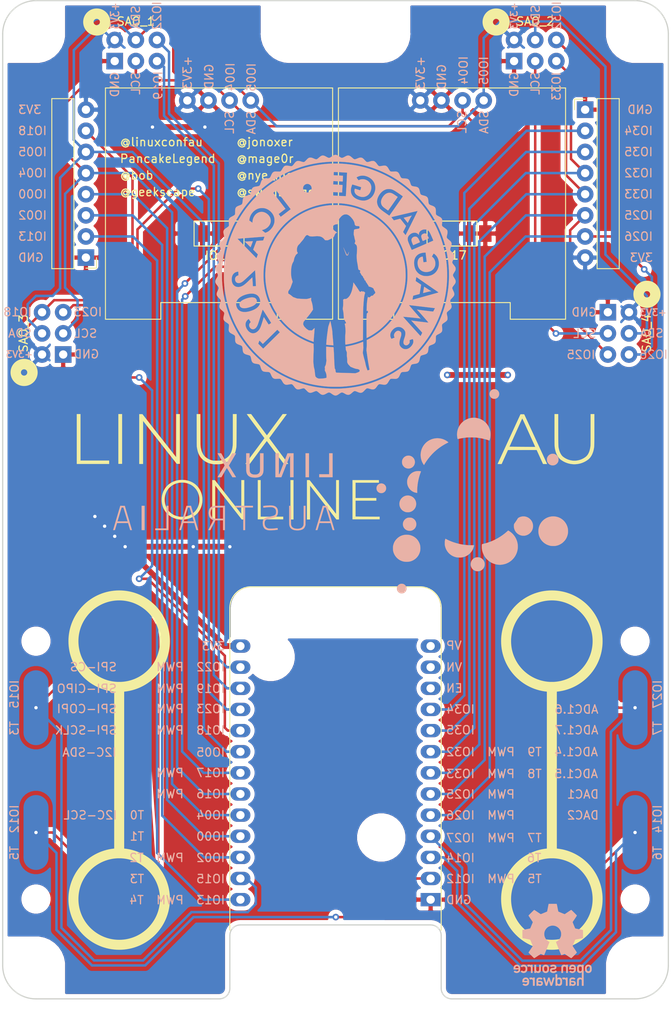
<source format=kicad_pcb>
(kicad_pcb (version 20171130) (host pcbnew "(5.1.6)-1")
  (layers (0 F.Cu signal) (31 B.Cu signal) (34 B.Paste user) (35 F.Paste user) (36 B.SilkS user) (37 F.SilkS user) (38 B.Mask user) (39 F.Mask user) (44 Edge.Cuts user))
  (net 0 "")
  (net 1 +3V3)
  (net 2 GND)
  (net 3 /GPIO4)
  (net 4 /GPIO5)
  (net 5 /GPIO32)
  (net 6 /GPIO33)
  (net 7 /GPIO18)
  (net 8 /GPIO23)
  (net 9 /GPIO19)
  (net 10 /GPIO22)
  (net 11 /GPIO17)
  (net 12 /GPIO16)
  (net 13 /GPIO15)
  (net 14 /GPIO27)
  (net 15 /GPIO14)
  (net 16 /GPIO12)
  (net 17 /GPIO0)
  (net 18 /GPIO2)
  (net 19 /GPIO13)
  (net 20 /GPIO34)
  (net 21 /GPIO35)
  (net 22 /GPIO25)
  (net 23 /GPIO26)
  (module SwagBadge:SAO_Header_6-Pin (layer F.Cu) (at 6 -80 90)
    (fp_text reference J6 hide)
    (fp_text value SAO_3 (at 0 -3.5 270) (layer F.SilkS))
    (fp_text user GND (at -2.5 4.06) (layer B.SilkS) (effects (justify mirror)))
    (fp_text user +3V3 (at -2.52 -4) (layer B.SilkS) (effects (font (size 0.8 0.8)) (justify mirror)))
    (fp_text user SDA (at 0.01 -3.93) (layer B.SilkS) (effects (justify mirror)))
    (fp_text user SCL (at -0.01 3.96) (layer B.SilkS) (effects (justify mirror)))
    (fp_text user IO23 (at 2.57 4.22) (layer B.SilkS) (effects (justify mirror)))
    (fp_text user IO18 (at 2.56 -4.2) (layer B.SilkS) (effects (justify mirror)))
    (pad 3 thru_hole circle (at 2.54 -1.27 182) (size 2 2) (drill 1) (layers *.Cu *.Mask) (net 7 /GPIO18))
    (pad 4 thru_hole circle (at 2.54 1.27 182) (size 2 2) (drill 1) (layers *.Cu *.Mask) (net 8 /GPIO23))
    (pad 2 thru_hole circle (at 0 -1.27 182) (size 2 2) (drill 1) (layers *.Cu *.Mask) (net 4 /GPIO5))
    (pad 5 thru_hole circle (at 0 1.27 182) (size 2 2) (drill 1) (layers *.Cu *.Mask) (net 3 /GPIO4))
    (pad 6 thru_hole rect (at -2.54 1.27 180) (size 2 2) (drill 1) (layers *.Cu *.Mask) (net 2 GND))
    (pad 1 thru_hole circle (at -2.54 -1.27 182) (size 2 2) (drill 1) (layers *.Cu *.Mask) (net 1 +3V3))
  )
  (module SwagBadge:LOLIN32_Flipped_SmallCut (layer F.Cu) (at 40 0)
    (fp_text reference J7 hide)
    (fp_text value Lolin32)
    (fp_line (start 12.7 -1.27) (end 12.7 -7.62) (layer Edge.Cuts) (width 0.15))
    (fp_line (start 11.43 -8.89) (end -11.429999 -8.89) (layer Edge.Cuts) (width 0.15))
    (fp_line (start -12.699999 -7.62) (end -12.699999 -1.27) (layer Edge.Cuts) (width 0.15))
    (fp_line (start -13.97 0) (end -15 0) (layer Edge.Cuts) (width 0.15))
    (fp_line (start 13.97 0) (end 15 0) (layer Edge.Cuts) (width 0.15))
    (fp_text user "IO22  PWM        SPI-CS" (at -13.2 -39.89) (layer B.SilkS) (effects (justify left mirror)))
    (fp_text user "IO19  PWM        SPI-CIPO" (at -13.2 -37.29) (layer B.SilkS) (effects (justify left mirror)))
    (fp_text user "IO23  PWM        SPI-COPI" (at -13.2 -34.86) (layer B.SilkS) (effects (justify left mirror)))
    (fp_text user "IO18  PWM        SPI-SCLK" (at -13.2 -32.29) (layer B.SilkS) (effects (justify left mirror)))
    (fp_text user "IO05             I2C-SDA" (at -13.2 -29.63) (layer B.SilkS) (effects (justify left mirror)))
    (fp_text user "IO17  PWM" (at -13.2 -27.17) (layer B.SilkS) (effects (justify left mirror)))
    (fp_text user "IO16  PWM" (at -13.2 -24.63) (layer B.SilkS) (effects (justify left mirror)))
    (fp_text user "IO04         T0  I2C-SCL" (at -13.2 -22.08) (layer B.SilkS) (effects (justify left mirror)))
    (fp_text user "IO00         T1" (at -13.2 -19.53) (layer B.SilkS) (effects (justify left mirror)))
    (fp_text user "IO02  PWM  T2" (at -13.2 -16.96) (layer B.SilkS) (effects (justify left mirror)))
    (fp_text user "IO15           T3" (at -13.2 -14.42) (layer B.SilkS) (effects (justify left mirror)))
    (fp_text user "IO13  PWM  T4" (at -13.2 -11.88) (layer B.SilkS) (effects (justify left mirror)))
    (fp_text user "T5  PWM  IO12" (at 13.2 -14.43) (layer B.SilkS) (effects (justify right mirror)))
    (fp_text user "T6         IO14" (at 13.2 -16.94) (layer B.SilkS) (effects (justify right mirror)))
    (fp_text user "T7  PWM  IO27" (at 13.2 -19.34) (layer B.SilkS) (effects (justify right mirror)))
    (fp_text user "DAC2          PWM  IO26" (at 13.2 -22.07) (layer B.SilkS) (effects (justify right mirror)))
    (fp_text user "DAC1          PWM  IO25" (at 13.2 -24.59) (layer B.SilkS) (effects (justify right mirror)))
    (fp_text user "ADC1.5  T8  PWM  IO33" (at 13.2 -27.05) (layer B.SilkS) (effects (justify right mirror)))
    (fp_text user "ADC1.4  T9  PWM  IO32" (at 13.2 -29.68) (layer B.SilkS) (effects (justify right mirror)))
    (fp_text user "ADC1.7             IO35" (at 13.2 -32.31) (layer B.SilkS) (effects (justify right mirror)))
    (fp_text user "ADC1.6             IO34" (at 13.2 -34.8) (layer B.SilkS) (effects (justify right mirror)))
    (fp_text user EN (at 13.2 -37.34) (layer B.SilkS) (effects (justify right mirror)))
    (fp_text user VN (at 13.2 -39.86) (layer B.SilkS) (effects (justify right mirror)))
    (fp_text user VP (at 13.2 -42.47) (layer B.SilkS) (effects (justify right mirror)))
    (fp_text user 3V3 (at -13.2 -42.4) (layer B.SilkS) (effects (justify left mirror)))
    (fp_arc (start -13.969999 -1.27) (end -13.969999 0) (angle -90) (layer Edge.Cuts) (width 0.15))
    (fp_arc (start -11.429999 -7.62) (end -11.429999 -8.89) (angle -90) (layer Edge.Cuts) (width 0.15))
    (fp_arc (start 11.43 -7.62) (end 12.7 -7.62) (angle -90) (layer Edge.Cuts) (width 0.15))
    (fp_arc (start 13.97 -1.27) (end 12.7 -1.27) (angle -90) (layer Edge.Cuts) (width 0.15))
    (fp_text user GND (at 13.2 -11.9) (layer B.SilkS) (effects (justify right mirror)))
    (pad "" np_thru_hole circle (at -7.8 -41.1) (size 4.8 4.8) (drill 4.8) (layers *.Cu *.Mask))
    (pad "" np_thru_hole circle (at 5.5 -19.4) (size 4.8 4.8) (drill 4.8) (layers *.Cu *.Mask))
    (pad 14 thru_hole oval (at -11.43 -42.41) (size 2.4 1.6) (drill 1) (layers *.Cu *.Mask) (net 1 +3V3))
    (pad 15 thru_hole oval (at -11.43 -39.87) (size 2.4 1.6) (drill 1) (layers *.Cu *.Mask) (net 10 /GPIO22))
    (pad 16 thru_hole oval (at -11.43 -37.33) (size 2.4 1.6) (drill 1) (layers *.Cu *.Mask) (net 9 /GPIO19))
    (pad 17 thru_hole oval (at -11.43 -34.79) (size 2.4 1.6) (drill 1) (layers *.Cu *.Mask) (net 8 /GPIO23))
    (pad 18 thru_hole oval (at -11.43 -32.25) (size 2.4 1.6) (drill 1) (layers *.Cu *.Mask) (net 7 /GPIO18))
    (pad 19 thru_hole oval (at -11.43 -29.71) (size 2.4 1.6) (drill 1) (layers *.Cu *.Mask) (net 4 /GPIO5))
    (pad 20 thru_hole oval (at -11.43 -27.17) (size 2.4 1.6) (drill 1) (layers *.Cu *.Mask) (net 11 /GPIO17))
    (pad 21 thru_hole oval (at -11.43 -24.63) (size 2.4 1.6) (drill 1) (layers *.Cu *.Mask) (net 12 /GPIO16))
    (pad 22 thru_hole oval (at -11.43 -22.09) (size 2.4 1.6) (drill 1) (layers *.Cu *.Mask) (net 3 /GPIO4))
    (pad 23 thru_hole oval (at -11.43 -19.55) (size 2.4 1.6) (drill 1) (layers *.Cu *.Mask) (net 17 /GPIO0))
    (pad 24 thru_hole oval (at -11.43 -17.01) (size 2.4 1.6) (drill 1) (layers *.Cu *.Mask) (net 18 /GPIO2))
    (pad 25 thru_hole oval (at -11.43 -14.47) (size 2.4 1.6) (drill 1) (layers *.Cu *.Mask) (net 13 /GPIO15))
    (pad 26 thru_hole oval (at -11.43 -11.93) (size 2.4 1.6) (drill 1) (layers *.Cu *.Mask) (net 19 /GPIO13))
    (pad 13 thru_hole oval (at 11.43 -42.41) (size 2.4 1.6) (drill 1) (layers *.Cu *.Mask))
    (pad 12 thru_hole oval (at 11.43 -39.87) (size 2.4 1.6) (drill 1) (layers *.Cu *.Mask))
    (pad 11 thru_hole oval (at 11.43 -37.33) (size 2.4 1.6) (drill 1) (layers *.Cu *.Mask))
    (pad 10 thru_hole oval (at 11.43 -34.79) (size 2.4 1.6) (drill 1) (layers *.Cu *.Mask) (net 20 /GPIO34))
    (pad 9 thru_hole oval (at 11.43 -32.25) (size 2.4 1.6) (drill 1) (layers *.Cu *.Mask) (net 21 /GPIO35))
    (pad 8 thru_hole oval (at 11.43 -29.71) (size 2.4 1.6) (drill 1) (layers *.Cu *.Mask) (net 5 /GPIO32))
    (pad 7 thru_hole oval (at 11.43 -27.17) (size 2.4 1.6) (drill 1) (layers *.Cu *.Mask) (net 6 /GPIO33))
    (pad 6 thru_hole oval (at 11.43 -24.63) (size 2.4 1.6) (drill 1) (layers *.Cu *.Mask) (net 22 /GPIO25))
    (pad 5 thru_hole oval (at 11.43 -22.09) (size 2.4 1.6) (drill 1) (layers *.Cu *.Mask) (net 23 /GPIO26))
    (pad 4 thru_hole oval (at 11.43 -19.55) (size 2.4 1.6) (drill 1) (layers *.Cu *.Mask) (net 14 /GPIO27))
    (pad 3 thru_hole oval (at 11.43 -17.01) (size 2.4 1.6) (drill 1) (layers *.Cu *.Mask) (net 15 /GPIO14))
    (pad 2 thru_hole oval (at 11.43 -14.47) (size 2.4 1.6) (drill 1) (layers *.Cu *.Mask) (net 16 /GPIO12))
    (pad 1 thru_hole rect (at 11.43 -11.93) (size 2.4 1.6) (drill 1) (layers *.Cu *.Mask) (net 2 GND))
  )
  (module SwagBadge:SAO_Header_6-Pin (layer F.Cu) (at 16 -114)
    (fp_text reference J4 hide)
    (fp_text value SAO_1 (at 0 -3.5) (layer F.SilkS))
    (fp_text user GND (at -2.53 4.09 90) (layer B.SilkS) (effects (justify mirror)))
    (fp_text user +3V3 (at -2.51 -4.16 90) (layer B.SilkS) (effects (font (size 1 0.8)) (justify mirror)))
    (fp_text user SDA (at -0.01 -4 90) (layer B.SilkS) (effects (justify mirror)))
    (fp_text user SCL (at -0.01 3.93 90) (layer B.SilkS) (effects (justify mirror)))
    (fp_text user IO22 (at 2.54 -4.2 90) (layer B.SilkS) (effects (justify mirror)))
    (fp_text user IO19 (at 2.67 4.2 90) (layer B.SilkS) (effects (justify mirror)))
    (pad 3 thru_hole circle (at 2.54 -1.27 92) (size 2 2) (drill 1) (layers *.Cu *.Mask) (net 10 /GPIO22))
    (pad 4 thru_hole circle (at 2.54 1.27 92) (size 2 2) (drill 1) (layers *.Cu *.Mask) (net 9 /GPIO19))
    (pad 2 thru_hole circle (at 0 -1.27 92) (size 2 2) (drill 1) (layers *.Cu *.Mask) (net 4 /GPIO5))
    (pad 5 thru_hole circle (at 0 1.27 92) (size 2 2) (drill 1) (layers *.Cu *.Mask) (net 3 /GPIO4))
    (pad 6 thru_hole rect (at -2.54 1.27 90) (size 2 2) (drill 1) (layers *.Cu *.Mask) (net 2 GND))
    (pad 1 thru_hole circle (at -2.54 -1.27 92) (size 2 2) (drill 1) (layers *.Cu *.Mask) (net 1 +3V3))
  )
  (module SwagBadge:Display_Module_128X64_I2C_SSD1306 (layer F.Cu) (at 26 -108)
    (fp_text reference J1 hide)
    (fp_text value OLED_1)
    (fp_text user +3V3 (at -3.79 -3.34 90) (layer B.SilkS) (effects (justify mirror)))
    (fp_text user GND (at -1.19 -2.87 90) (layer B.SilkS) (effects (justify mirror)))
    (fp_text user IO04 (at 1.36 -2.82 90) (layer B.SilkS) (effects (justify mirror)))
    (fp_text user IO05 (at 3.89 -2.78 90) (layer B.SilkS) (effects (justify mirror)))
    (fp_text user SDA (at 3.87 2.67 90) (layer B.SilkS) (effects (justify mirror)))
    (fp_text user SCL (at 1.27 2.63 90) (layer B.SilkS) (effects (justify mirror)))
    (pad 4 thru_hole circle (at 3.81 0) (size 2 2) (drill 1) (layers *.Cu *.Mask) (net 4 /GPIO5))
    (pad 3 thru_hole circle (at 1.27 0) (size 2 2) (drill 1) (layers *.Cu *.Mask) (net 3 /GPIO4))
    (pad 2 thru_hole circle (at -1.27 0) (size 2 2) (drill 1) (layers *.Cu *.Mask) (net 2 GND))
    (pad 1 thru_hole circle (at -3.81 0) (size 2 2) (drill 1) (layers *.Cu *.Mask) (net 1 +3V3))
  )
  (module SwagBadge:SW_SPST_3x4mm (layer F.Cu) (at 54 -92)
    (fp_text reference SW4 hide)
    (fp_text value GPIO17 hide)
    (pad 2 smd rect (at 2.05 0) (size 1.4 2) (layers F.Cu F.Paste F.Mask) (net 2 GND))
    (pad 1 smd rect (at -2.05 0) (size 1.4 2) (layers F.Cu F.Paste F.Mask) (net 11 /GPIO17))
  )
  (module SwagBadge:SW_SPST_3x4mm (layer F.Cu) (at 26 -92 180)
    (fp_text reference SW3 hide)
    (fp_text value GPIO16 hide)
    (pad 2 smd rect (at 2.05 0 180) (size 1.4 2) (layers F.Cu F.Paste F.Mask) (net 2 GND))
    (pad 1 smd rect (at -2.05 0 180) (size 1.4 2) (layers F.Cu F.Paste F.Mask) (net 12 /GPIO16))
  )
  (module SwagBadge:Display_Module_128X64_I2C_SSD1306 (layer F.Cu) (at 54 -108)
    (fp_text reference J2 hide)
    (fp_text value OLED_2)
    (fp_text user GND (at -1.24 -2.84 90) (layer B.SilkS) (effects (justify mirror)))
    (fp_text user +3V3 (at -3.78 -3.31 90) (layer B.SilkS) (effects (justify mirror)))
    (fp_text user IO05 (at 3.83 -3.58 90) (layer B.SilkS) (effects (justify mirror)))
    (fp_text user IO04 (at 1.38 -3.62 90) (layer B.SilkS) (effects (justify mirror)))
    (fp_text user SDA (at 3.85 2.6 90) (layer B.SilkS) (effects (justify mirror)))
    (fp_text user SCL (at 1.21 2.57 90) (layer B.SilkS) (effects (justify mirror)))
    (pad 4 thru_hole circle (at 3.81 0) (size 2 2) (drill 1) (layers *.Cu *.Mask) (net 4 /GPIO5))
    (pad 3 thru_hole circle (at 1.27 0) (size 2 2) (drill 1) (layers *.Cu *.Mask) (net 3 /GPIO4))
    (pad 2 thru_hole circle (at -1.27 0) (size 2 2) (drill 1) (layers *.Cu *.Mask) (net 2 GND))
    (pad 1 thru_hole circle (at -3.81 0) (size 2 2) (drill 1) (layers *.Cu *.Mask) (net 1 +3V3))
  )
  (module SwagBadge:SAO_Header_6-Pin (layer F.Cu) (at 74 -80 270)
    (fp_text reference J5 hide)
    (fp_text value SAO_4 (at 0 -3.4 270) (layer F.SilkS))
    (fp_text user GND (at -2.54 4.11) (layer B.SilkS) (effects (justify mirror)))
    (fp_text user +3V3 (at -2.51 -4.17) (layer B.SilkS) (effects (font (size 0.8 0.8)) (justify mirror)))
    (fp_text user SCL (at 0.03 4.04) (layer B.SilkS) (effects (justify mirror)))
    (fp_text user SDA (at -0.02 -4) (layer B.SilkS) (effects (justify mirror)))
    (fp_text user IO25 (at 2.57 4.5) (layer B.SilkS) (effects (justify mirror)))
    (fp_text user IO26 (at 2.55 -4.22) (layer B.SilkS) (effects (font (thickness 0.13)) (justify mirror)))
    (pad 3 thru_hole circle (at 2.54 -1.27 2) (size 2 2) (drill 1) (layers *.Cu *.Mask) (net 23 /GPIO26))
    (pad 4 thru_hole circle (at 2.54 1.27 2) (size 2 2) (drill 1) (layers *.Cu *.Mask) (net 22 /GPIO25))
    (pad 2 thru_hole circle (at 0 -1.27 2) (size 2 2) (drill 1) (layers *.Cu *.Mask) (net 4 /GPIO5))
    (pad 5 thru_hole circle (at 0 1.27 2) (size 2 2) (drill 1) (layers *.Cu *.Mask) (net 3 /GPIO4))
    (pad 6 thru_hole rect (at -2.54 1.27) (size 2 2) (drill 1) (layers *.Cu *.Mask) (net 2 GND))
    (pad 1 thru_hole circle (at -2.54 -1.27 2) (size 2 2) (drill 1) (layers *.Cu *.Mask) (net 1 +3V3))
  )
  (module SwagBadge:SAO_Header_6-Pin (layer F.Cu) (at 64 -114)
    (fp_text reference J3 hide)
    (fp_text value SAO_2 (at 0 -3.5) (layer F.SilkS))
    (fp_text user GND (at -2.54 4.05 90) (layer B.SilkS) (effects (justify mirror)))
    (fp_text user +3V3 (at -2.54 -4.17 270) (layer B.SilkS) (effects (font (size 0.8 0.8)) (justify mirror)))
    (fp_text user SDA (at 0.04 -4.08 90) (layer B.SilkS) (effects (justify mirror)))
    (fp_text user SCL (at 0.01 3.94 90) (layer B.SilkS) (effects (justify mirror)))
    (fp_text user IO33 (at 2.55 4.3 90) (layer B.SilkS) (effects (justify mirror)))
    (fp_text user IO32 (at 2.58 -4.22 90) (layer B.SilkS) (effects (justify mirror)))
    (pad 3 thru_hole circle (at 2.54 -1.27 92) (size 2 2) (drill 1) (layers *.Cu *.Mask) (net 5 /GPIO32))
    (pad 4 thru_hole circle (at 2.54 1.27 92) (size 2 2) (drill 1) (layers *.Cu *.Mask) (net 6 /GPIO33))
    (pad 2 thru_hole circle (at 0 -1.27 92) (size 2 2) (drill 1) (layers *.Cu *.Mask) (net 4 /GPIO5))
    (pad 5 thru_hole circle (at 0 1.27 92) (size 2 2) (drill 1) (layers *.Cu *.Mask) (net 3 /GPIO4))
    (pad 6 thru_hole rect (at -2.54 1.27 90) (size 2 2) (drill 1) (layers *.Cu *.Mask) (net 2 GND))
    (pad 1 thru_hole circle (at -2.54 -1.27 92) (size 2 2) (drill 1) (layers *.Cu *.Mask) (net 1 +3V3))
  )
  (module SwagBadge:SW_SPST_6x3mm (layer F.Cu) (at 26 -92 180)
    (fp_text reference SW1 hide)
    (fp_text value IO16 (at -0.02 -2.65) (layer F.SilkS))
    (pad 2 smd rect (at 4 0 180) (size 1.5 2) (layers F.Cu F.Paste F.Mask) (net 2 GND))
    (pad 1 smd rect (at -4 0 180) (size 1.5 2) (layers F.Cu F.Paste F.Mask) (net 12 /GPIO16))
  )
  (module SwagBadge:SW_SPST_6x3mm (layer F.Cu) (at 54 -92)
    (fp_text reference SW2 hide)
    (fp_text value IO17 (at 0.04 2.62) (layer F.SilkS))
    (pad 2 smd rect (at 4 0) (size 1.5 2) (layers F.Cu F.Paste F.Mask) (net 2 GND))
    (pad 1 smd rect (at -4 0) (size 1.5 2) (layers F.Cu F.Paste F.Mask) (net 11 /GPIO17))
  )
  (module SwagBadge:Touch_Slider (layer F.Cu) (at 14 -12)
    (fp_text reference T1 hide)
    (fp_text value Touch_slider_01 hide)
    (pad 2 smd custom (at 0 -31) (size 3 3) (layers F.Cu F.Paste) (net 13 /GPIO15) (options (clearance outline) (anchor circle)) (primitives (gr_line (start 3.248731 4.964407) (end 4.749999 26.000001) (width 0.2)) (gr_line (start -0.25 26.000001) (end -0.25 5) (width 0.2)) (gr_line (start 4.749999 5) (end 4.75 0) (width 0.2)) (gr_arc (start 0 0) (end 4.75 0) (angle -180) (width 0.2)) (gr_arc (start -4.75 5) (end -4.251268 4.964407) (angle -85.9) (width 0.2)) (gr_line (start -4.251268 4.964407) (end -2.75 26.000001) (width 0.2)) (gr_line (start -4.75 0) (end -4.75 4.5) (width 0.2)) (gr_line (start 0.748731 4.964407) (end 2.25 26.000001) (width 0.2)) (gr_arc (start 2.749999 5.000001) (end 3.248731 4.964407) (angle -175.9) (width 0.2)) (gr_arc (start 0.25 5.000001) (end 0.748731 4.964407) (angle -175.9) (width 0.2)) (gr_line (start -2.75 26.000001) (end -2.75 5) (width 0.2)) (gr_line (start 2.25 26.000001) (end 2.249999 5) (width 0.2)) (gr_arc (start -2.249999 5.000001) (end -1.751268 4.964407) (angle -175.9) (width 0.2)) (gr_line (start 4.749999 26.000001) (end 4.749999 5) (width 0.2)) (gr_line (start -1.751268 4.964407) (end -0.25 26.000001) (width 0.2)) (gr_poly (pts (xy -4.2 5.5) (xy -4.25 4.8) (xy -4.5 4.5) (xy -4.75 4.5) (xy -4.75 0.15) (xy -4.65 -0.8) (xy -4.4 -1.75) (xy -3.85 -2.75) (xy -3.2 -3.5) (xy -2.4 -4.1) (xy -1.55 -4.5) (xy -0.7 -4.7) (xy -0.05 -4.75) (xy 0.7 -4.7) (xy 1.8 -4.4) (xy 2.75 -3.9) (xy 3.5 -3.2) (xy 4 -2.55) (xy 4.3 -2) (xy 4.55 -1.35) (xy 4.7 -0.7) (xy 4.75 0) (xy 4.75 26) (xy 3.25 4.9) (xy 3.15 4.65) (xy 2.9 4.5) (xy 2.6 4.5) (xy 2.35 4.65) (xy 2.25 4.9) (xy 2.25 26) (xy 0.75 4.9) (xy 0.7 4.75) (xy 0.55 4.55) (xy 0.25 4.45) (xy 0 4.55) (xy -0.2 4.7) (xy -0.25 4.95) (xy -0.25 26) (xy -1.7 5.4) (xy -1.75 4.8) (xy -1.95 4.55) (xy -2.3 4.45) (xy -2.6 4.6) (xy -2.75 4.85) (xy -2.75 26)) (width 0.1))))
    (pad 1 smd custom (at 0 0) (size 3 3) (layers F.Cu F.Paste) (net 16 /GPIO12) (options (clearance outline) (anchor circle)) (primitives (gr_line (start -4.75 -5) (end -4.75 0) (width 0.2)) (gr_line (start 1.751268 -4.964406) (end 0.25 -26) (width 0.2)) (gr_line (start 2.749999 -26) (end 2.75 -5) (width 0.2)) (gr_arc (start 0 0) (end -4.75 0) (angle -180) (width 0.2)) (gr_line (start -0.748731 -4.964406) (end -2.25 -26) (width 0.2)) (gr_line (start 4.75 0) (end 4.75 -4.499999) (width 0.2)) (gr_arc (start -2.75 -5) (end -3.248731 -4.964406) (angle -175.9) (width 0.2)) (gr_line (start 4.251268 -4.964406) (end 2.749999 -26) (width 0.2)) (gr_arc (start 4.749999 -5) (end 4.251268 -4.964406) (angle -85.9) (width 0.2)) (gr_line (start -2.25 -26) (end -2.25 -5) (width 0.2)) (gr_line (start -4.75 -26) (end -4.75 -5) (width 0.2)) (gr_arc (start -0.25 -5) (end -0.748731 -4.964406) (angle -175.9) (width 0.2)) (gr_arc (start 2.249999 -5) (end 1.751268 -4.964406) (angle -175.9) (width 0.2)) (gr_line (start -3.248731 -4.964406) (end -4.75 -26) (width 0.2)) (gr_line (start 0.25 -26) (end 0.25 -5) (width 0.2)) (gr_poly (pts (xy 4.2 -5.5) (xy 4.25 -4.8) (xy 4.5 -4.5) (xy 4.75 -4.5) (xy 4.75 -0.15) (xy 4.65 0.8) (xy 4.4 1.75) (xy 3.85 2.75) (xy 3.2 3.5) (xy 2.4 4.1) (xy 1.55 4.5) (xy 0.7 4.7) (xy 0.05 4.75) (xy -0.7 4.7) (xy -1.8 4.4) (xy -2.75 3.9) (xy -3.5 3.2) (xy -4 2.55) (xy -4.3 2) (xy -4.55 1.35) (xy -4.7 0.7) (xy -4.75 0) (xy -4.75 -26) (xy -3.25 -4.9) (xy -3.15 -4.65) (xy -2.9 -4.5) (xy -2.6 -4.5) (xy -2.35 -4.65) (xy -2.25 -4.9) (xy -2.25 -26) (xy -0.75 -4.9) (xy -0.7 -4.75) (xy -0.55 -4.55) (xy -0.25 -4.45) (xy 0 -4.55) (xy 0.2 -4.7) (xy 0.25 -4.95) (xy 0.25 -26) (xy 1.7 -5.4) (xy 1.75 -4.8) (xy 1.95 -4.55) (xy 2.3 -4.45) (xy 2.6 -4.6) (xy 2.75 -4.85) (xy 2.75 -26)) (width 0.1))))
  )
  (module SwagBadge:Touch_Slider (layer F.Cu) (at 66 -12)
    (fp_text reference T2 hide)
    (fp_text value Touch_slider_02 hide)
    (pad 2 smd custom (at 0 -31) (size 3 3) (layers F.Cu F.Paste) (net 14 /GPIO27) (options (clearance outline) (anchor circle)) (primitives (gr_line (start 3.248731 4.964407) (end 4.749999 26.000001) (width 0.2)) (gr_line (start -0.25 26.000001) (end -0.25 5) (width 0.2)) (gr_line (start 4.749999 5) (end 4.75 0) (width 0.2)) (gr_arc (start 0 0) (end 4.75 0) (angle -180) (width 0.2)) (gr_arc (start -4.75 5) (end -4.251268 4.964407) (angle -85.9) (width 0.2)) (gr_line (start -4.251268 4.964407) (end -2.75 26.000001) (width 0.2)) (gr_line (start -4.75 0) (end -4.75 4.5) (width 0.2)) (gr_line (start 0.748731 4.964407) (end 2.25 26.000001) (width 0.2)) (gr_arc (start 2.749999 5.000001) (end 3.248731 4.964407) (angle -175.9) (width 0.2)) (gr_arc (start 0.25 5.000001) (end 0.748731 4.964407) (angle -175.9) (width 0.2)) (gr_line (start -2.75 26.000001) (end -2.75 5) (width 0.2)) (gr_line (start 2.25 26.000001) (end 2.249999 5) (width 0.2)) (gr_arc (start -2.249999 5.000001) (end -1.751268 4.964407) (angle -175.9) (width 0.2)) (gr_line (start 4.749999 26.000001) (end 4.749999 5) (width 0.2)) (gr_line (start -1.751268 4.964407) (end -0.25 26.000001) (width 0.2)) (gr_poly (pts (xy -4.2 5.5) (xy -4.25 4.8) (xy -4.5 4.5) (xy -4.75 4.5) (xy -4.75 0.15) (xy -4.65 -0.8) (xy -4.4 -1.75) (xy -3.85 -2.75) (xy -3.2 -3.5) (xy -2.4 -4.1) (xy -1.55 -4.5) (xy -0.7 -4.7) (xy -0.05 -4.75) (xy 0.7 -4.7) (xy 1.8 -4.4) (xy 2.75 -3.9) (xy 3.5 -3.2) (xy 4 -2.55) (xy 4.3 -2) (xy 4.55 -1.35) (xy 4.7 -0.7) (xy 4.75 0) (xy 4.75 26) (xy 3.25 4.9) (xy 3.15 4.65) (xy 2.9 4.5) (xy 2.6 4.5) (xy 2.35 4.65) (xy 2.25 4.9) (xy 2.25 26) (xy 0.75 4.9) (xy 0.7 4.75) (xy 0.55 4.55) (xy 0.25 4.45) (xy 0 4.55) (xy -0.2 4.7) (xy -0.25 4.95) (xy -0.25 26) (xy -1.7 5.4) (xy -1.75 4.8) (xy -1.95 4.55) (xy -2.3 4.45) (xy -2.6 4.6) (xy -2.75 4.85) (xy -2.75 26)) (width 0.1))))
    (pad 1 smd custom (at 0 0) (size 3 3) (layers F.Cu F.Paste) (net 15 /GPIO14) (options (clearance outline) (anchor circle)) (primitives (gr_line (start -4.75 -5) (end -4.75 0) (width 0.2)) (gr_line (start 1.751268 -4.964406) (end 0.25 -26) (width 0.2)) (gr_line (start 2.749999 -26) (end 2.75 -5) (width 0.2)) (gr_arc (start 0 0) (end -4.75 0) (angle -180) (width 0.2)) (gr_line (start -0.748731 -4.964406) (end -2.25 -26) (width 0.2)) (gr_line (start 4.75 0) (end 4.75 -4.499999) (width 0.2)) (gr_arc (start -2.75 -5) (end -3.248731 -4.964406) (angle -175.9) (width 0.2)) (gr_line (start 4.251268 -4.964406) (end 2.749999 -26) (width 0.2)) (gr_arc (start 4.749999 -5) (end 4.251268 -4.964406) (angle -85.9) (width 0.2)) (gr_line (start -2.25 -26) (end -2.25 -5) (width 0.2)) (gr_line (start -4.75 -26) (end -4.75 -5) (width 0.2)) (gr_arc (start -0.25 -5) (end -0.748731 -4.964406) (angle -175.9) (width 0.2)) (gr_arc (start 2.249999 -5) (end 1.751268 -4.964406) (angle -175.9) (width 0.2)) (gr_line (start -3.248731 -4.964406) (end -4.75 -26) (width 0.2)) (gr_line (start 0.25 -26) (end 0.25 -5) (width 0.2)) (gr_poly (pts (xy 4.2 -5.5) (xy 4.25 -4.8) (xy 4.5 -4.5) (xy 4.75 -4.5) (xy 4.75 -0.15) (xy 4.65 0.8) (xy 4.4 1.75) (xy 3.85 2.75) (xy 3.2 3.5) (xy 2.4 4.1) (xy 1.55 4.5) (xy 0.7 4.7) (xy 0.05 4.75) (xy -0.7 4.7) (xy -1.8 4.4) (xy -2.75 3.9) (xy -3.5 3.2) (xy -4 2.55) (xy -4.3 2) (xy -4.55 1.35) (xy -4.7 0.7) (xy -4.75 0) (xy -4.75 -26) (xy -3.25 -4.9) (xy -3.15 -4.65) (xy -2.9 -4.5) (xy -2.6 -4.5) (xy -2.35 -4.65) (xy -2.25 -4.9) (xy -2.25 -26) (xy -0.75 -4.9) (xy -0.7 -4.75) (xy -0.55 -4.55) (xy -0.25 -4.45) (xy 0 -4.55) (xy 0.2 -4.7) (xy 0.25 -4.95) (xy 0.25 -26) (xy 1.7 -5.4) (xy 1.75 -4.8) (xy 1.95 -4.55) (xy 2.3 -4.45) (xy 2.6 -4.6) (xy 2.75 -4.85) (xy 2.75 -26)) (width 0.1))))
  )
  (module SwagBadge:Strain_Pad (layer B.Cu) (at 76 -43 90)
    (fp_text reference J8 hide)
    (fp_text value "IO27  T7" (at -8 2.7 90) (layer B.SilkS) (effects (justify mirror)))
    (pad "" np_thru_hole circle (at 0 0 90) (size 2.5 2.5) (drill 2.5) (layers *.Cu *.Mask))
    (pad "" smd circle (at -11 0 90) (size 3 3) (layers B.Cu B.Paste B.Mask))
    (pad 1 smd rect (at -8 0 90) (size 6 3) (layers B.Cu B.Paste B.Mask) (net 14 /GPIO27))
    (pad "" smd circle (at -5 0 90) (size 3 3) (layers B.Cu B.Paste B.Mask))
  )
  (module SwagBadge:Strain_Pad (layer B.Cu) (at 76 -12 270)
    (fp_text reference J9 hide)
    (fp_text value "IO14  T6" (at -8 -2.7 90) (layer B.SilkS) (effects (justify mirror)))
    (pad "" np_thru_hole circle (at 0 0 270) (size 2.5 2.5) (drill 2.5) (layers *.Cu *.Mask))
    (pad "" smd circle (at -11 0 270) (size 3 3) (layers B.Cu B.Paste B.Mask))
    (pad 1 smd rect (at -8 0 270) (size 6 3) (layers B.Cu B.Paste B.Mask) (net 15 /GPIO14))
    (pad "" smd circle (at -5 0 270) (size 3 3) (layers B.Cu B.Paste B.Mask))
  )
  (module SwagBadge:Strain_Pad (layer B.Cu) (at 4 -43 90)
    (fp_text reference J10 hide)
    (fp_text value "IO15  T3" (at -8 -2.6 90) (layer B.SilkS) (effects (justify mirror)))
    (pad "" np_thru_hole circle (at 0 0 90) (size 2.5 2.5) (drill 2.5) (layers *.Cu *.Mask))
    (pad "" smd circle (at -11 0 90) (size 3 3) (layers B.Cu B.Paste B.Mask))
    (pad 1 smd rect (at -8 0 90) (size 6 3) (layers B.Cu B.Paste B.Mask) (net 13 /GPIO15))
    (pad "" smd circle (at -5 0 90) (size 3 3) (layers B.Cu B.Paste B.Mask))
  )
  (module SwagBadge:Strain_Pad (layer B.Cu) (at 4 -12 270)
    (fp_text reference J11 hide)
    (fp_text value "IO12  T5" (at -8 2.6 90) (layer B.SilkS) (effects (justify mirror)))
    (pad "" np_thru_hole circle (at 0 0 270) (size 2.5 2.5) (drill 2.5) (layers *.Cu *.Mask))
    (pad "" smd circle (at -11 0 270) (size 3 3) (layers B.Cu B.Paste B.Mask))
    (pad 1 smd rect (at -8 0 270) (size 6 3) (layers B.Cu B.Paste B.Mask) (net 16 /GPIO12))
    (pad "" smd circle (at -5 0 270) (size 3 3) (layers B.Cu B.Paste B.Mask))
  )
  (module SwagBadge:Lanyard_Hole (layer F.Cu) (at 40 -116)
    (fp_text reference H5 hide)
    (fp_text value MountingHole hide)
    (pad "" np_thru_hole oval (at 0 0) (size 14 3) (drill oval 14 3) (layers *.Cu *.Mask) (clearance 2))
  )
  (module SwagBadge:Logo_LCA2021_04A (layer F.Cu) (at 40 -64)
    (fp_text reference L1 hide)
    (fp_text value Logo_LCA2021 hide)
  )
  (module SwagBadge:Lanyard_Hole_4mm (layer F.Cu) (at 4 -116)
    (fp_text reference H1 hide)
    (fp_text value MountingHole hide)
    (pad "" np_thru_hole circle (at 0 0) (size 4 4) (drill 4) (layers *.Cu *.Mask) (clearance 1.5))
  )
  (module SwagBadge:Lanyard_Hole_4mm (layer F.Cu) (at 76 -116)
    (fp_text reference H2 hide)
    (fp_text value MountingHole hide)
    (pad "" np_thru_hole circle (at 0 0) (size 4 4) (drill 4) (layers *.Cu *.Mask) (clearance 1.5))
  )
  (module SwagBadge:Lanyard_Hole_4mm (layer F.Cu) (at 4 -4)
    (fp_text reference H3 hide)
    (fp_text value MountingHole hide)
    (pad "" np_thru_hole circle (at 0 0) (size 4 4) (drill 4) (layers *.Cu *.Mask) (clearance 1.5))
  )
  (module SwagBadge:Lanyard_Hole_4mm (layer F.Cu) (at 76 -4)
    (fp_text reference H4 hide)
    (fp_text value MountingHole hide)
    (pad "" np_thru_hole circle (at 0 0) (size 4 4) (drill 4) (layers *.Cu *.Mask) (clearance 1.5))
  )
  (module SwagBadge:OSHW_Logo_10mm (layer B.Cu) (at 66.1 -6.5 180)
    (fp_text reference L3 hide)
    (fp_text value OSHW_Logo hide)
  )
  (module SwagBadge:Pin_Header_Angled_1x08_Pitch2.54mm (layer F.Cu) (at 10 -98 180)
    (fp_text reference J12 hide)
    (fp_text value Breakout_LHS)
    (fp_text user IO13 (at 8.23 -6.35) (layer B.SilkS) (effects (justify right mirror)))
    (fp_text user IO02 (at 8.23 -3.81) (layer B.SilkS) (effects (justify right mirror)))
    (fp_text user IO00 (at 8.23 -1.27) (layer B.SilkS) (effects (justify right mirror)))
    (fp_text user IO04 (at 8.23 1.27) (layer B.SilkS) (effects (justify right mirror)))
    (fp_text user IO05 (at 8.23 3.81) (layer B.SilkS) (effects (justify right mirror)))
    (fp_text user IO18 (at 8.23 6.35) (layer B.SilkS) (effects (justify right mirror)))
    (fp_text user 3V3 (at 8.23 8.89) (layer B.SilkS) (effects (justify right mirror)))
    (fp_text user GND (at 8.23 -8.89) (layer B.SilkS) (effects (justify right mirror)))
    (pad 1 thru_hole rect (at 0 -8.89 180) (size 2 2) (drill 1) (layers *.Cu *.Mask) (net 2 GND))
    (pad 2 thru_hole oval (at 0 -6.35 180) (size 2 2) (drill 1) (layers *.Cu *.Mask) (net 19 /GPIO13))
    (pad 3 thru_hole oval (at 0 -3.81 180) (size 2 2) (drill 1) (layers *.Cu *.Mask) (net 18 /GPIO2))
    (pad 4 thru_hole oval (at 0 -1.27 180) (size 2 2) (drill 1) (layers *.Cu *.Mask) (net 17 /GPIO0))
    (pad 5 thru_hole oval (at 0 1.27 180) (size 2 2) (drill 1) (layers *.Cu *.Mask) (net 3 /GPIO4))
    (pad 6 thru_hole oval (at 0 3.81 180) (size 2 2) (drill 1) (layers *.Cu *.Mask) (net 4 /GPIO5))
    (pad 7 thru_hole oval (at 0 6.35 180) (size 2 2) (drill 1) (layers *.Cu *.Mask) (net 7 /GPIO18))
    (pad 8 thru_hole oval (at 0 8.89 180) (size 2 2) (drill 1) (layers *.Cu *.Mask) (net 1 +3V3))
  )
  (module SwagBadge:Pin_Header_Angled_1x08_Pitch2.54mm (layer F.Cu) (at 70 -98)
    (fp_text reference J13 hide)
    (fp_text value Breakout_RHS)
    (fp_text user IO26 (at 8.23 6.35) (layer B.SilkS) (effects (justify left mirror)))
    (fp_text user IO25 (at 8.23 3.81) (layer B.SilkS) (effects (justify left mirror)))
    (fp_text user IO33 (at 8.23 1.27) (layer B.SilkS) (effects (justify left mirror)))
    (fp_text user IO32 (at 8.23 -1.27) (layer B.SilkS) (effects (justify left mirror)))
    (fp_text user IO35 (at 8.23 -3.81) (layer B.SilkS) (effects (justify left mirror)))
    (fp_text user IO34 (at 8.23 -6.35) (layer B.SilkS) (effects (justify left mirror)))
    (fp_text user 3V3 (at 8.23 8.89) (layer B.SilkS) (effects (justify left mirror)))
    (fp_text user GND (at 8.23 -8.89) (layer B.SilkS) (effects (justify left mirror)))
    (pad 1 thru_hole rect (at 0 -8.89) (size 2 2) (drill 1) (layers *.Cu *.Mask) (net 2 GND))
    (pad 2 thru_hole oval (at 0 -6.35) (size 2 2) (drill 1) (layers *.Cu *.Mask) (net 20 /GPIO34))
    (pad 3 thru_hole oval (at 0 -3.81) (size 2 2) (drill 1) (layers *.Cu *.Mask) (net 21 /GPIO35))
    (pad 4 thru_hole oval (at 0 -1.27) (size 2 2) (drill 1) (layers *.Cu *.Mask) (net 5 /GPIO32))
    (pad 5 thru_hole oval (at 0 1.27) (size 2 2) (drill 1) (layers *.Cu *.Mask) (net 6 /GPIO33))
    (pad 6 thru_hole oval (at 0 3.81) (size 2 2) (drill 1) (layers *.Cu *.Mask) (net 22 /GPIO25))
    (pad 7 thru_hole oval (at 0 6.35) (size 2 2) (drill 1) (layers *.Cu *.Mask) (net 23 /GPIO26))
    (pad 8 thru_hole oval (at 0 8.89) (size 2 2) (drill 1) (layers *.Cu *.Mask) (net 1 +3V3))
  )
  (module SwagBadge:LinuxAU_Logo_01 (layer B.Cu) (at 40.6 -61 180)
    (fp_text reference L2 hide)
    (fp_text value LinuxAU_Logo hide)
  )
  (module SwagBadge:SwagBadge_Logo (layer B.Cu) (at 40 -87 180)
    (fp_text reference L4 hide)
    (fp_text value LOGO hide)
  )
  (gr_text @swagbadge (at 28 -97) (layer F.SilkS) (effects (font (size 1 1)) (justify left)))
  (gr_text @nye_nicola (at 28 -99) (layer F.SilkS) (effects (font (size 1 1)) (justify left)))
  (gr_text @mage0r (at 28 -101) (layer F.SilkS) (effects (font (size 1 1)) (justify left)))
  (gr_text @jonoxer (at 28 -103) (layer F.SilkS) (effects (font (size 1 1)) (justify left)))
  (gr_text @geekscape (at 14 -97) (layer F.SilkS) (effects (font (size 1 1)) (justify left)))
  (gr_text @bob (at 14 -99) (layer F.SilkS) (effects (font (size 1 1)) (justify left)))
  (gr_text PancakeLegend (at 14 -101) (layer F.SilkS) (effects (font (size 1 1)) (justify left)))
  (gr_text @linuxconfau (at 14 -103) (layer F.SilkS) (effects (font (size 1 1)) (justify left)))
  (gr_line (start 4 0) (end 25 0) (layer Edge.Cuts) (width 0.15))
  (gr_arc (start 3.999999 -4) (end 0 -4) (angle -90) (layer Edge.Cuts) (width 0.15))
  (gr_line (start 0 -116) (end 0 -4) (layer Edge.Cuts) (width 0.15))
  (gr_arc (start 4 -116) (end 4 -120) (angle -90) (layer Edge.Cuts) (width 0.15))
  (gr_line (start 76 -120) (end 4 -120) (layer Edge.Cuts) (width 0.15))
  (gr_arc (start 76 -116) (end 80 -116) (angle -90) (layer Edge.Cuts) (width 0.15))
  (gr_line (start 80 -4) (end 80 -116) (layer Edge.Cuts) (width 0.15))
  (gr_arc (start 76 -4) (end 76 0) (angle -90) (layer Edge.Cuts) (width 0.15))
  (gr_line (start 55 0) (end 76 0) (layer Edge.Cuts) (width 0.15))
  (via (at 53.43 -75) (size 0.8) (drill 0.4) (layers F.Cu B.Cu) (net 0))
  (via (at 60.7 -75) (size 0.8) (drill 0.4) (layers F.Cu B.Cu) (net 0))
  (segment (start 60.7 -75) (end 53.43 -75) (width 0.7) (layer F.Cu) (net 0))
  (via (at 11.08 -57.99) (size 0.8) (drill 0.4) (layers F.Cu B.Cu) (net 1))
  (segment (start 28.57 -42.41) (end 26.66 -42.41) (width 0.7) (layer F.Cu) (net 1))
  (segment (start 26.66 -42.41) (end 14.715 -54.355) (width 0.7) (layer F.Cu) (net 1))
  (segment (start 12.25 -56.82) (end 11.08 -57.99) (width 0.7) (layer F.Cu) (net 1))
  (via (at 12.25 -56.82) (size 0.8) (drill 0.4) (layers F.Cu B.Cu) (net 1))
  (segment (start 13.465 -55.605) (end 12.25 -56.82) (width 0.7) (layer F.Cu) (net 1))
  (via (at 13.465 -55.605) (size 0.8) (drill 0.4) (layers F.Cu B.Cu) (net 1))
  (segment (start 14.715 -54.355) (end 13.465 -55.605) (width 0.7) (layer F.Cu) (net 1))
  (via (at 14.715 -54.355) (size 0.8) (drill 0.4) (layers F.Cu B.Cu) (net 1))
  (via (at 27.3 -54.35) (size 0.8) (drill 0.4) (layers F.Cu B.Cu) (net 1))
  (via (at 24.3 -104.8) (size 0.8) (drill 0.4) (layers F.Cu B.Cu) (net 1))
  (via (at 18 -104.8) (size 0.8) (drill 0.4) (layers F.Cu B.Cu) (net 1))
  (segment (start 24.3 -104.8) (end 18 -104.8) (width 0.7) (layer F.Cu) (net 1))
  (via (at 22.9 -54.355) (size 0.8) (drill 0.4) (layers F.Cu B.Cu) (net 1))
  (segment (start 27.295 -54.355) (end 27.3 -54.35) (width 0.3) (layer F.Cu) (net 1))
  (segment (start 14.715 -54.355) (end 27.295 -54.355) (width 0.7) (layer F.Cu) (net 1))
  (segment (start 55.27 -108) (end 55.663998 -108) (width 0.3) (layer B.Cu) (net 3))
  (segment (start 16 -112.73) (end 16 -111.43) (width 0.3) (layer F.Cu) (net 3))
  (segment (start 55.27 -108) (end 55.27 -106.95) (width 0.3) (layer F.Cu) (net 3))
  (segment (start 64 -107.95) (end 64 -112.73) (width 0.3) (layer F.Cu) (net 3))
  (via (at 66.49 -79.99) (size 0.8) (drill 0.4) (layers F.Cu B.Cu) (net 3))
  (segment (start 64 -82.48) (end 66.49 -79.99) (width 0.3) (layer F.Cu) (net 3))
  (segment (start 72.72 -79.99) (end 72.73 -80) (width 0.3) (layer B.Cu) (net 3))
  (segment (start 66.49 -79.99) (end 72.72 -79.99) (width 0.3) (layer B.Cu) (net 3))
  (segment (start 55.27 -108) (end 55.27 -106.63) (width 0.3) (layer F.Cu) (net 3))
  (segment (start 10 -99.27) (end 7.5 -96.77) (width 0.3) (layer B.Cu) (net 3))
  (segment (start 7.5 -96.77) (end 7.5 -85.5) (width 0.3) (layer B.Cu) (net 3))
  (segment (start 7.5 -85.5) (end 9 -84) (width 0.3) (layer B.Cu) (net 3))
  (segment (start 9 -81.73) (end 7.27 -80) (width 0.3) (layer B.Cu) (net 3))
  (segment (start 9 -84) (end 9 -81.73) (width 0.3) (layer B.Cu) (net 3))
  (segment (start 16 -112.73) (end 16 -111.2) (width 0.3) (layer F.Cu) (net 3))
  (segment (start 24.849999 -110.420001) (end 16.779999 -110.420001) (width 0.3) (layer F.Cu) (net 3))
  (segment (start 16.779999 -110.420001) (end 16 -111.2) (width 0.3) (layer F.Cu) (net 3))
  (segment (start 27.27 -108) (end 24.849999 -110.420001) (width 0.3) (layer F.Cu) (net 3))
  (segment (start 16 -111.2) (end 15.2 -110.4) (width 0.3) (layer F.Cu) (net 3))
  (segment (start 7.48 -101.79) (end 10 -99.27) (width 0.3) (layer F.Cu) (net 3))
  (segment (start 7.48 -107.57) (end 7.48 -101.79) (width 0.3) (layer F.Cu) (net 3))
  (segment (start 15.2 -110.4) (end 10.31 -110.4) (width 0.3) (layer F.Cu) (net 3))
  (segment (start 10.31 -110.4) (end 7.48 -107.57) (width 0.3) (layer F.Cu) (net 3))
  (segment (start 24.11 -22.09) (end 28.57 -22.09) (width 0.3) (layer B.Cu) (net 3))
  (segment (start 20.36003 -94.53997) (end 20.36003 -25.83997) (width 0.3) (layer B.Cu) (net 3))
  (segment (start 10 -99.27) (end 15.63 -99.27) (width 0.3) (layer B.Cu) (net 3))
  (segment (start 20.36003 -25.83997) (end 24.11 -22.09) (width 0.3) (layer B.Cu) (net 3))
  (segment (start 15.63 -99.27) (end 20.36003 -94.53997) (width 0.3) (layer B.Cu) (net 3))
  (segment (start 30.37 -104.9) (end 27.27 -108) (width 0.3) (layer F.Cu) (net 3))
  (segment (start 55.27 -106.57) (end 53.6 -104.9) (width 0.3) (layer F.Cu) (net 3))
  (segment (start 55.27 -106.63) (end 55.27 -106.57) (width 0.3) (layer F.Cu) (net 3))
  (segment (start 53.6 -104.9) (end 30.37 -104.9) (width 0.3) (layer F.Cu) (net 3))
  (segment (start 55.27 -106.63) (end 57 -104.9) (width 0.3) (layer F.Cu) (net 3))
  (segment (start 61.8 -104.9) (end 64 -107.1) (width 0.3) (layer F.Cu) (net 3))
  (segment (start 57 -104.9) (end 61.8 -104.9) (width 0.3) (layer F.Cu) (net 3))
  (segment (start 64 -107.1) (end 64 -82.48) (width 0.3) (layer F.Cu) (net 3))
  (segment (start 64 -107.95) (end 64 -107.1) (width 0.3) (layer F.Cu) (net 3))
  (segment (start 16 -115.27) (end 17.62 -116.89) (width 0.3) (layer F.Cu) (net 4))
  (segment (start 14.549999 -116.720001) (end 16 -115.27) (width 0.3) (layer B.Cu) (net 4))
  (segment (start 8.549999 -103.260001) (end 8.549999 -114.049999) (width 0.3) (layer B.Cu) (net 4))
  (segment (start 11.5 -117) (end 14.27 -117) (width 0.3) (layer B.Cu) (net 4))
  (segment (start 10 -101.81) (end 8.549999 -103.260001) (width 0.3) (layer B.Cu) (net 4))
  (segment (start 8.549999 -114.049999) (end 11.5 -117) (width 0.3) (layer B.Cu) (net 4))
  (segment (start 14.27 -117) (end 14.549999 -116.720001) (width 0.3) (layer B.Cu) (net 4))
  (segment (start 64 -115.27) (end 64 -117) (width 0.3) (layer B.Cu) (net 4))
  (segment (start 64 -117) (end 63.5 -117.5) (width 0.3) (layer B.Cu) (net 4))
  (segment (start 77.42 -80.61) (end 76.81 -80) (width 0.3) (layer B.Cu) (net 4))
  (segment (start 76.81 -80) (end 75.27 -80) (width 0.3) (layer B.Cu) (net 4))
  (segment (start 77.42 -84.5) (end 77.42 -80.61) (width 0.3) (layer B.Cu) (net 4))
  (segment (start 72.44 -89.48) (end 77.42 -84.5) (width 0.3) (layer B.Cu) (net 4))
  (segment (start 64 -117) (end 64.5 -117.5) (width 0.3) (layer B.Cu) (net 4))
  (segment (start 68 -116.5) (end 72.44 -112.06) (width 0.3) (layer B.Cu) (net 4))
  (segment (start 72.44 -112.06) (end 72.44 -89.48) (width 0.3) (layer B.Cu) (net 4))
  (segment (start 68 -116.5) (end 67 -117.5) (width 0.3) (layer B.Cu) (net 4))
  (segment (start 64.5 -117.5) (end 67 -117.5) (width 0.3) (layer B.Cu) (net 4))
  (segment (start 6.89999 -85.39999) (end 6.89999 -98.70999) (width 0.3) (layer B.Cu) (net 4))
  (segment (start 6 -84.5) (end 6.89999 -85.39999) (width 0.3) (layer B.Cu) (net 4))
  (segment (start 4.73 -80) (end 3 -81.73) (width 0.3) (layer B.Cu) (net 4))
  (segment (start 3 -83.5) (end 4 -84.5) (width 0.3) (layer B.Cu) (net 4))
  (segment (start 6.89999 -98.70999) (end 10 -101.81) (width 0.3) (layer B.Cu) (net 4))
  (segment (start 3 -81.73) (end 3 -83.5) (width 0.3) (layer B.Cu) (net 4))
  (segment (start 4 -84.5) (end 6 -84.5) (width 0.3) (layer B.Cu) (net 4))
  (segment (start 17.62 -116.89) (end 19.61 -116.89) (width 0.3) (layer F.Cu) (net 4))
  (segment (start 19.61 -116.89) (end 20.5 -116) (width 0.3) (layer F.Cu) (net 4))
  (segment (start 20.5 -111.5) (end 20.97999 -111.02001) (width 0.3) (layer F.Cu) (net 4))
  (segment (start 20.5 -116) (end 20.5 -111.5) (width 0.3) (layer F.Cu) (net 4))
  (segment (start 26.78999 -111.02001) (end 29.81 -108) (width 0.3) (layer F.Cu) (net 4))
  (segment (start 20.97999 -111.02001) (end 26.78999 -111.02001) (width 0.3) (layer F.Cu) (net 4))
  (segment (start 57.81 -115.51) (end 59.8 -117.5) (width 0.3) (layer B.Cu) (net 4))
  (segment (start 57.81 -108) (end 57.81 -115.51) (width 0.3) (layer B.Cu) (net 4))
  (segment (start 63.5 -117.5) (end 59.8 -117.5) (width 0.3) (layer B.Cu) (net 4))
  (segment (start 15.59 -101.81) (end 10 -101.81) (width 0.3) (layer B.Cu) (net 4))
  (segment (start 24.16997 -93.23003) (end 15.59 -101.81) (width 0.3) (layer B.Cu) (net 4))
  (segment (start 24.16997 -32.43003) (end 24.16997 -93.23003) (width 0.3) (layer B.Cu) (net 4))
  (segment (start 28.57 -29.71) (end 26.89 -29.71) (width 0.3) (layer B.Cu) (net 4))
  (segment (start 26.89 -29.71) (end 24.16997 -32.43003) (width 0.3) (layer B.Cu) (net 4))
  (segment (start 57.81 -108) (end 54.71 -104.9) (width 0.3) (layer B.Cu) (net 4))
  (segment (start 32.91 -104.9) (end 29.81 -108) (width 0.3) (layer B.Cu) (net 4))
  (segment (start 54.71 -104.9) (end 32.91 -104.9) (width 0.3) (layer B.Cu) (net 4))
  (segment (start 66.54 -115.27) (end 68.3 -113.51) (width 0.3) (layer F.Cu) (net 5))
  (segment (start 68.3 -113.51) (end 68.3 -100.97) (width 0.3) (layer F.Cu) (net 5))
  (segment (start 68.3 -100.97) (end 68.335 -100.935) (width 0.3) (layer F.Cu) (net 5))
  (segment (start 68.335 -100.935) (end 70 -99.27) (width 0.3) (layer F.Cu) (net 5))
  (segment (start 70 -99.27) (end 62.87 -99.27) (width 0.3) (layer B.Cu) (net 5))
  (segment (start 56.68002 -93.08002) (end 56.68002 -92.91998) (width 0.3) (layer B.Cu) (net 5))
  (segment (start 62.87 -99.27) (end 56.68002 -93.08002) (width 0.3) (layer B.Cu) (net 5))
  (segment (start 51.43 -29.71) (end 53.81 -29.71) (width 0.3) (layer B.Cu) (net 5))
  (segment (start 53.81 -29.71) (end 56.68002 -32.58002) (width 0.3) (layer B.Cu) (net 5))
  (segment (start 56.68002 -32.58002) (end 56.68002 -32.71998) (width 0.3) (layer B.Cu) (net 5))
  (segment (start 56.68002 -32.71998) (end 56.68002 -92.91998) (width 0.3) (layer B.Cu) (net 5))
  (segment (start 66.54 -112.73) (end 67.69999 -111.57001) (width 0.3) (layer F.Cu) (net 6))
  (segment (start 67.69999 -99.03001) (end 70 -96.73) (width 0.3) (layer F.Cu) (net 6))
  (segment (start 67.69999 -111.57001) (end 67.69999 -99.03001) (width 0.3) (layer F.Cu) (net 6))
  (segment (start 53.87 -27.17) (end 51.43 -27.17) (width 0.3) (layer B.Cu) (net 6))
  (segment (start 57.28003 -91.08003) (end 57.28003 -30.58003) (width 0.3) (layer B.Cu) (net 6))
  (segment (start 57.28003 -30.58003) (end 53.87 -27.17) (width 0.3) (layer B.Cu) (net 6))
  (segment (start 70 -96.73) (end 62.93 -96.73) (width 0.3) (layer B.Cu) (net 6))
  (segment (start 62.93 -96.73) (end 57.28003 -91.08003) (width 0.3) (layer B.Cu) (net 6))
  (segment (start 10 -103.956002) (end 10 -104.35) (width 0.3) (layer B.Cu) (net 7))
  (segment (start 16.4 -50.5) (end 16.4 -50.5) (width 0.3) (layer F.Cu) (net 7))
  (via (at 16.4 -50.5) (size 0.8) (drill 0.4) (layers F.Cu B.Cu) (net 7))
  (via (at 16.4 -74.7) (size 0.8) (drill 0.4) (layers F.Cu B.Cu) (net 7))
  (segment (start 6.180001 -83.990001) (end 12.841459 -83.990001) (width 0.3) (layer F.Cu) (net 7))
  (segment (start 4.73 -82.54) (end 6.180001 -83.990001) (width 0.3) (layer F.Cu) (net 7))
  (segment (start 12.841459 -83.990001) (end 15.59999 -86.748532) (width 0.3) (layer F.Cu) (net 7))
  (segment (start 15.59999 -98.75001) (end 10 -104.35) (width 0.3) (layer F.Cu) (net 7))
  (segment (start 15.59999 -86.748532) (end 15.59999 -98.75001) (width 0.3) (layer F.Cu) (net 7))
  (segment (start 2.5 -76) (end 2.5 -80.31) (width 0.3) (layer F.Cu) (net 7))
  (segment (start 2.5 -80.31) (end 4.73 -82.54) (width 0.3) (layer F.Cu) (net 7))
  (segment (start 3.8 -74.7) (end 2.5 -76) (width 0.3) (layer F.Cu) (net 7))
  (segment (start 3.8 -74.7) (end 16.4 -74.7) (width 0.3) (layer F.Cu) (net 7))
  (segment (start 17.95999 -52.05999) (end 16.4 -50.5) (width 0.3) (layer B.Cu) (net 7))
  (segment (start 16.4 -74.7) (end 17.95999 -73.14001) (width 0.3) (layer B.Cu) (net 7))
  (segment (start 17.95999 -73.14001) (end 17.95999 -52.05999) (width 0.3) (layer B.Cu) (net 7))
  (segment (start 17.438616 -50.5) (end 16.4 -50.5) (width 0.3) (layer F.Cu) (net 7))
  (segment (start 26.7 -32.6) (end 26.7 -41.238616) (width 0.3) (layer F.Cu) (net 7))
  (segment (start 28.57 -32.25) (end 27.05 -32.25) (width 0.3) (layer F.Cu) (net 7))
  (segment (start 26.7 -41.238616) (end 17.438616 -50.5) (width 0.3) (layer F.Cu) (net 7))
  (segment (start 27.05 -32.25) (end 26.7 -32.6) (width 0.3) (layer F.Cu) (net 7))
  (via (at 23.5 -97.4) (size 0.8) (drill 0.4) (layers F.Cu B.Cu) (net 8))
  (segment (start 7.31 -82.5) (end 7.27 -82.54) (width 0.3) (layer F.Cu) (net 8))
  (segment (start 23.5 -97.4) (end 21.1 -97.4) (width 0.3) (layer F.Cu) (net 8))
  (segment (start 21.1 -97.4) (end 16.2 -92.5) (width 0.3) (layer F.Cu) (net 8))
  (segment (start 16.2 -86.5) (end 16.2 -92.5) (width 0.3) (layer F.Cu) (net 8))
  (segment (start 24.76998 -36.93002) (end 24.76998 -96.13002) (width 0.3) (layer B.Cu) (net 8))
  (segment (start 24.76998 -96.13002) (end 23.5 -97.4) (width 0.3) (layer B.Cu) (net 8))
  (segment (start 28.57 -34.79) (end 26.91 -34.79) (width 0.3) (layer B.Cu) (net 8))
  (segment (start 26.91 -34.79) (end 24.76998 -36.93002) (width 0.3) (layer B.Cu) (net 8))
  (segment (start 7.64 -82.54) (end 8.489991 -83.389991) (width 0.3) (layer F.Cu) (net 8))
  (segment (start 7.27 -82.54) (end 7.64 -82.54) (width 0.3) (layer F.Cu) (net 8))
  (segment (start 8.489991 -83.389991) (end 13.089991 -83.389991) (width 0.3) (layer F.Cu) (net 8))
  (segment (start 16.2 -86.5) (end 13.089991 -83.389991) (width 0.3) (layer F.Cu) (net 8))
  (segment (start 19.389991 -112.010009) (end 18.67 -112.73) (width 0.3) (layer B.Cu) (net 9))
  (segment (start 26.97 -37.33) (end 25.36999 -38.93001) (width 0.3) (layer B.Cu) (net 9))
  (segment (start 25.36999 -100.181468) (end 19.389991 -106.161467) (width 0.3) (layer B.Cu) (net 9))
  (segment (start 19.389991 -106.161467) (end 19.389991 -112.010009) (width 0.3) (layer B.Cu) (net 9))
  (segment (start 18.67 -112.73) (end 18.54 -112.73) (width 0.3) (layer B.Cu) (net 9))
  (segment (start 28.57 -37.33) (end 26.97 -37.33) (width 0.3) (layer B.Cu) (net 9))
  (segment (start 25.36999 -38.93001) (end 25.36999 -100.181468) (width 0.3) (layer B.Cu) (net 9))
  (segment (start 18.54 -115.27) (end 19.990001 -113.819999) (width 0.3) (layer B.Cu) (net 10))
  (segment (start 25.97 -100.43) (end 19.990001 -106.409999) (width 0.3) (layer B.Cu) (net 10))
  (segment (start 19.990001 -113.819999) (end 19.990001 -106.490001) (width 0.3) (layer B.Cu) (net 10))
  (segment (start 19.990001 -106.409999) (end 19.990001 -106.490001) (width 0.3) (layer B.Cu) (net 10))
  (segment (start 28.57 -39.87) (end 26.94 -39.87) (width 0.3) (layer B.Cu) (net 10))
  (segment (start 26.94 -39.87) (end 25.97 -40.84) (width 0.3) (layer B.Cu) (net 10))
  (segment (start 25.97 -40.84) (end 25.97 -100.43) (width 0.3) (layer B.Cu) (net 10))
  (segment (start 50 -92.22) (end 50 -92) (width 0.3) (layer F.Cu) (net 11))
  (segment (start 50 -92) (end 51.95 -92) (width 0.3) (layer F.Cu) (net 11))
  (segment (start 46.01 -88.01) (end 50 -92) (width 0.3) (layer F.Cu) (net 11))
  (via (at 21.94 -84.45) (size 0.8) (drill 0.4) (layers F.Cu B.Cu) (net 11))
  (segment (start 46.01 -88.01) (end 25.5 -88.01) (width 0.3) (layer F.Cu) (net 11))
  (segment (start 25.5 -88.01) (end 21.94 -84.45) (width 0.3) (layer F.Cu) (net 11))
  (segment (start 21.56005 -84.07005) (end 21.94 -84.45) (width 0.3) (layer B.Cu) (net 11))
  (segment (start 21.56005 -29.73995) (end 21.56005 -84.07005) (width 0.3) (layer B.Cu) (net 11))
  (segment (start 28.57 -27.17) (end 24.13 -27.17) (width 0.3) (layer B.Cu) (net 11))
  (segment (start 24.13 -27.17) (end 21.56005 -29.73995) (width 0.3) (layer B.Cu) (net 11))
  (segment (start 30 -91.61) (end 30 -92) (width 0.3) (layer F.Cu) (net 12))
  (segment (start 29.99 -92.01) (end 30 -92) (width 0.3) (layer F.Cu) (net 12))
  (segment (start 28.57 -24.63) (end 28.56 -24.63) (width 0.3) (layer B.Cu) (net 12))
  (segment (start 28.05 -92) (end 30 -92) (width 0.3) (layer F.Cu) (net 12))
  (via (at 21.9 -86) (size 0.8) (drill 0.4) (layers F.Cu B.Cu) (net 12))
  (segment (start 27.9 -92) (end 21.9 -86) (width 0.3) (layer F.Cu) (net 12))
  (segment (start 28.05 -92) (end 27.9 -92) (width 0.3) (layer F.Cu) (net 12))
  (segment (start 20.96004 -27.83996) (end 24.17 -24.63) (width 0.3) (layer B.Cu) (net 12))
  (segment (start 24.17 -24.63) (end 28.57 -24.63) (width 0.3) (layer B.Cu) (net 12))
  (segment (start 21.9 -86) (end 20.96004 -85.06004) (width 0.3) (layer B.Cu) (net 12))
  (segment (start 20.96004 -85.06004) (end 20.96004 -27.83996) (width 0.3) (layer B.Cu) (net 12))
  (via (at 4 -35) (size 0.8) (drill 0.4) (layers F.Cu B.Cu) (net 13))
  (segment (start 14 -43) (end 12 -43) (width 0.3) (layer F.Cu) (net 13))
  (segment (start 12 -43) (end 4 -35) (width 0.3) (layer F.Cu) (net 13))
  (segment (start 29.13 -14.47) (end 28.57 -14.47) (width 0.3) (layer B.Cu) (net 13))
  (segment (start 4 -35) (end 7.06 -31.94) (width 0.3) (layer B.Cu) (net 13))
  (segment (start 7.06 -31.94) (end 7.06 -8.54) (width 0.3) (layer B.Cu) (net 13))
  (segment (start 7.06 -8.54) (end 10.97999 -4.62001) (width 0.3) (layer B.Cu) (net 13))
  (segment (start 10.97999 -4.62001) (end 11.378532 -4.62001) (width 0.3) (layer B.Cu) (net 13))
  (segment (start 16.87469 -4.62001) (end 16.82001 -4.62001) (width 0.3) (layer B.Cu) (net 13))
  (segment (start 22.68469 -10.43001) (end 16.87469 -4.62001) (width 0.3) (layer B.Cu) (net 13))
  (segment (start 29.437791 -10.43001) (end 22.68469 -10.43001) (width 0.3) (layer B.Cu) (net 13))
  (segment (start 11.378532 -4.62001) (end 16.82001 -4.62001) (width 0.3) (layer B.Cu) (net 13))
  (segment (start 30.42001 -11.412229) (end 29.437791 -10.43001) (width 0.3) (layer B.Cu) (net 13))
  (segment (start 29.33 -14.47) (end 30.42001 -13.37999) (width 0.3) (layer B.Cu) (net 13))
  (segment (start 30.42001 -13.37999) (end 30.42001 -11.412229) (width 0.3) (layer B.Cu) (net 13))
  (segment (start 51.43 -19.55) (end 50.772916 -19.55) (width 0.3) (layer B.Cu) (net 14))
  (segment (start 73.1 -32.1) (end 76 -35) (width 0.3) (layer B.Cu) (net 14))
  (segment (start 73.10999 -21.21001) (end 73.1 -21.22) (width 0.3) (layer B.Cu) (net 14))
  (segment (start 73.1 -21.22) (end 73.1 -32.1) (width 0.3) (layer B.Cu) (net 14))
  (segment (start 73.10999 -8.268532) (end 73.10999 -21.21001) (width 0.3) (layer B.Cu) (net 14))
  (segment (start 51.43 -19.55) (end 55.22 -15.76) (width 0.3) (layer B.Cu) (net 14))
  (segment (start 66 -43) (end 74 -35) (width 0.3) (layer F.Cu) (net 14))
  (via (at 76 -35) (size 0.8) (drill 0.4) (layers F.Cu B.Cu) (net 14))
  (segment (start 74 -35) (end 76 -35) (width 0.3) (layer F.Cu) (net 14))
  (segment (start 69.431468 -4.59001) (end 69.620729 -4.779271) (width 0.3) (layer B.Cu) (net 14))
  (segment (start 69.620729 -4.779271) (end 73.10999 -8.268532) (width 0.3) (layer B.Cu) (net 14))
  (segment (start 62.44999 -4.59001) (end 55.22 -11.82) (width 0.3) (layer B.Cu) (net 14))
  (segment (start 64.19001 -4.59001) (end 62.44999 -4.59001) (width 0.3) (layer B.Cu) (net 14))
  (segment (start 64.19001 -4.59001) (end 69.431468 -4.59001) (width 0.3) (layer B.Cu) (net 14))
  (segment (start 55.22 -15.76) (end 55.22 -11.82) (width 0.3) (layer B.Cu) (net 14))
  (via (at 76 -20) (size 0.8) (drill 0.4) (layers F.Cu B.Cu) (net 15))
  (segment (start 66 -12) (end 68 -12) (width 0.3) (layer F.Cu) (net 15))
  (segment (start 68 -12) (end 76 -20) (width 0.3) (layer F.Cu) (net 15))
  (segment (start 52.99 -17.01) (end 51.43 -17.01) (width 0.3) (layer B.Cu) (net 15))
  (segment (start 54.61999 -15.38001) (end 52.99 -17.01) (width 0.3) (layer B.Cu) (net 15))
  (segment (start 54.61999 -11.571468) (end 54.61999 -15.38001) (width 0.3) (layer B.Cu) (net 15))
  (segment (start 76 -20) (end 73.71 -17.71) (width 0.3) (layer B.Cu) (net 15))
  (segment (start 73.709999 -8.019999) (end 69.68 -3.99) (width 0.3) (layer B.Cu) (net 15))
  (segment (start 73.71 -17.71) (end 73.709999 -8.019999) (width 0.3) (layer B.Cu) (net 15))
  (segment (start 69.68 -3.99) (end 62.201457 -3.990001) (width 0.3) (layer B.Cu) (net 15))
  (segment (start 62.201457 -3.990001) (end 54.61999 -11.571468) (width 0.3) (layer B.Cu) (net 15))
  (via (at 4 -20) (size 0.8) (drill 0.4) (layers F.Cu B.Cu) (net 16))
  (segment (start 14 -12) (end 6 -20) (width 0.3) (layer F.Cu) (net 16))
  (segment (start 6 -20) (end 4 -20) (width 0.3) (layer F.Cu) (net 16))
  (segment (start 51.43 -14.47) (end 49.71 -14.47) (width 0.3) (layer F.Cu) (net 16))
  (segment (start 45.07 -9.83) (end 46.06 -10.82) (width 0.3) (layer F.Cu) (net 16))
  (segment (start 46.06 -10.82) (end 49.71 -14.47) (width 0.3) (layer F.Cu) (net 16))
  (segment (start 45.07 -9.83) (end 40.03 -9.83) (width 0.3) (layer F.Cu) (net 16))
  (segment (start 40.03 -9.83) (end 40.03 -9.83) (width 0.3) (layer F.Cu) (net 16))
  (via (at 40.03 -9.83) (size 0.8) (drill 0.4) (layers F.Cu B.Cu) (net 16))
  (segment (start 28.233222 -9.83) (end 39.97 -9.83) (width 0.3) (layer B.Cu) (net 16))
  (segment (start 22.933222 -9.83) (end 28.233222 -9.83) (width 0.3) (layer B.Cu) (net 16))
  (segment (start 17.123222 -4.02) (end 17.151611 -4.048389) (width 0.3) (layer B.Cu) (net 16))
  (segment (start 10.731458 -4.02) (end 17.123222 -4.02) (width 0.3) (layer B.Cu) (net 16))
  (segment (start 17.151611 -4.048389) (end 22.933222 -9.83) (width 0.3) (layer B.Cu) (net 16))
  (segment (start 4 -20) (end 6.45999 -17.54001) (width 0.3) (layer B.Cu) (net 16))
  (segment (start 6.45999 -17.54001) (end 6.459991 -8.291467) (width 0.3) (layer B.Cu) (net 16))
  (segment (start 6.459991 -8.291467) (end 10.731458 -4.02) (width 0.3) (layer B.Cu) (net 16))
  (segment (start 19.76002 -23.93998) (end 24.15 -19.55) (width 0.3) (layer B.Cu) (net 17))
  (segment (start 10 -96.73) (end 15.67 -96.73) (width 0.3) (layer B.Cu) (net 17))
  (segment (start 24.15 -19.55) (end 28.57 -19.55) (width 0.3) (layer B.Cu) (net 17))
  (segment (start 19.76002 -92.63998) (end 19.76002 -23.93998) (width 0.3) (layer B.Cu) (net 17))
  (segment (start 15.67 -96.73) (end 19.76002 -92.63998) (width 0.3) (layer B.Cu) (net 17))
  (segment (start 28.57 -17.01) (end 27.92 -17.01) (width 0.3) (layer B.Cu) (net 18))
  (segment (start 24.19 -17.01) (end 28.57 -17.01) (width 0.3) (layer B.Cu) (net 18))
  (segment (start 19.16001 -22.03999) (end 24.19 -17.01) (width 0.3) (layer B.Cu) (net 18))
  (segment (start 10 -94.19) (end 15.61 -94.19) (width 0.3) (layer B.Cu) (net 18))
  (segment (start 19.16001 -90.63999) (end 19.16001 -22.03999) (width 0.3) (layer B.Cu) (net 18))
  (segment (start 15.61 -94.19) (end 19.16001 -90.63999) (width 0.3) (layer B.Cu) (net 18))
  (segment (start 24.17 -11.93) (end 28.57 -11.93) (width 0.3) (layer B.Cu) (net 19))
  (segment (start 18.56 -17.54) (end 24.17 -11.93) (width 0.3) (layer B.Cu) (net 19))
  (segment (start 18.56 -88.74) (end 18.56 -17.54) (width 0.3) (layer B.Cu) (net 19))
  (segment (start 10 -91.65) (end 15.65 -91.65) (width 0.3) (layer B.Cu) (net 19))
  (segment (start 15.65 -91.65) (end 18.56 -88.74) (width 0.3) (layer B.Cu) (net 19))
  (segment (start 53.78 -34.79) (end 55.48 -36.49) (width 0.3) (layer B.Cu) (net 20))
  (segment (start 51.43 -34.79) (end 53.78 -34.79) (width 0.3) (layer B.Cu) (net 20))
  (segment (start 70 -104.35) (end 62.95 -104.35) (width 0.3) (layer B.Cu) (net 20))
  (segment (start 55.48 -96.88) (end 55.48 -96.72) (width 0.3) (layer B.Cu) (net 20))
  (segment (start 55.48 -36.49) (end 55.48 -96.72) (width 0.3) (layer B.Cu) (net 20))
  (segment (start 62.95 -104.35) (end 55.48 -96.88) (width 0.3) (layer B.Cu) (net 20))
  (segment (start 56.08001 -34.48001) (end 53.85 -32.25) (width 0.3) (layer B.Cu) (net 21))
  (segment (start 56.08001 -94.98001) (end 56.08001 -34.48001) (width 0.3) (layer B.Cu) (net 21))
  (segment (start 53.85 -32.25) (end 51.43 -32.25) (width 0.3) (layer B.Cu) (net 21))
  (segment (start 70 -101.81) (end 62.91 -101.81) (width 0.3) (layer B.Cu) (net 21))
  (segment (start 62.91 -101.81) (end 56.08001 -94.98001) (width 0.3) (layer B.Cu) (net 21))
  (segment (start 70 -94.19) (end 68.2 -92.39) (width 0.3) (layer F.Cu) (net 22))
  (segment (start 68.2 -92.39) (end 68.2 -81.99) (width 0.3) (layer F.Cu) (net 22))
  (segment (start 72.73 -77.46) (end 68.2 -81.99) (width 0.3) (layer F.Cu) (net 22))
  (segment (start 70 -94.19) (end 62.89 -94.19) (width 0.3) (layer B.Cu) (net 22))
  (segment (start 57.93 -89.23) (end 57.93 -89.13) (width 0.3) (layer B.Cu) (net 22))
  (segment (start 62.89 -94.19) (end 57.93 -89.23) (width 0.3) (layer B.Cu) (net 22))
  (segment (start 51.43 -24.63) (end 53.83 -24.63) (width 0.3) (layer B.Cu) (net 22))
  (segment (start 53.83 -24.63) (end 57.93 -28.73) (width 0.3) (layer B.Cu) (net 22))
  (segment (start 57.93 -28.73) (end 57.93 -89.13) (width 0.3) (layer B.Cu) (net 22))
  (via (at 77.1 -87.7) (size 0.8) (drill 0.4) (layers F.Cu B.Cu) (net 23))
  (segment (start 77.03 -77.46) (end 78.020009 -78.450009) (width 0.3) (layer B.Cu) (net 23))
  (segment (start 75.27 -77.46) (end 77.03 -77.46) (width 0.3) (layer B.Cu) (net 23))
  (segment (start 53.89 -22.09) (end 51.43 -22.09) (width 0.3) (layer B.Cu) (net 23))
  (segment (start 62.85 -91.65) (end 58.53 -87.33) (width 0.3) (layer B.Cu) (net 23))
  (segment (start 70 -91.65) (end 62.85 -91.65) (width 0.3) (layer B.Cu) (net 23))
  (segment (start 58.53001 -26.73001) (end 53.89 -22.09) (width 0.3) (layer B.Cu) (net 23))
  (segment (start 58.53 -87.33) (end 58.53 -29.04) (width 0.3) (layer B.Cu) (net 23))
  (segment (start 58.53 -29.04) (end 58.53001 -29.04001) (width 0.3) (layer B.Cu) (net 23))
  (segment (start 58.53001 -29.04001) (end 58.53001 -26.73001) (width 0.3) (layer B.Cu) (net 23))
  (segment (start 73.15 -91.65) (end 77.1 -87.7) (width 0.3) (layer F.Cu) (net 23))
  (segment (start 70 -91.65) (end 73.15 -91.65) (width 0.3) (layer F.Cu) (net 23))
  (segment (start 78.020009 -78.450009) (end 78.02001 -80.361468) (width 0.3) (layer B.Cu) (net 23))
  (segment (start 78.02001 -86.77999) (end 77.1 -87.7) (width 0.3) (layer B.Cu) (net 23))
  (segment (start 78.02001 -80.361468) (end 78.02001 -86.77999) (width 0.3) (layer B.Cu) (net 23))
  (zone (net 2) (net_name GND) (layer F.Cu) (connect_pads (clearance 0.508)) (min_thickness 0.254) (fill yes (arc_segments 32) (thermal_gap 0.508) (thermal_bridge_width 0.508))
    (polygon (pts (xy 80 0) (xy 0 0) (xy 0 -120) (xy 80 -120)))
  )
  (zone (net 0) (net_name "") (layers F&B.Cu) (connect_pads (clearance 0.508)) (min_thickness 0.254)
    (keepout (tracks not_allowed) (vias not_allowed) (copperpour not_allowed))
    (fill (arc_segments 32) (thermal_gap 0.508) (thermal_bridge_width 0.508))
    (polygon (pts (xy 50.655759 -49.452885) (xy 51.113858 -49.314577) (xy 51.536369 -49.089925) (xy 51.907201 -48.787482) (xy 52.212222 -48.418774) (xy 52.439818 -47.997845) (xy 52.581322 -47.540721) (xy 52.631777 -47.060674) (xy 52.631823 -47.047394) (xy 52.631822 -43.325401) (xy 27.407224 -43.325401) (xy 27.407224 -47.043406) (xy 27.454341 -47.523938) (xy 27.592649 -47.982036) (xy 27.817301 -48.404547) (xy 28.119744 -48.775379) (xy 28.488452 -49.080401) (xy 28.909381 -49.307996) (xy 29.366504 -49.4495) (xy 29.846551 -49.499955) (xy 29.859545 -49.5) (xy 50.175247 -49.5)))
  )
  (zone (net 1) (net_name +3V3) (layer B.Cu) (connect_pads (clearance 0.508)) (min_thickness 0.254) (fill yes (arc_segments 32) (thermal_gap 0.508) (thermal_bridge_width 0.508))
    (polygon (pts (xy 80 0) (xy 0 0) (xy 0 -120) (xy 80 -120)))
  )
  (zone (net 0) (net_name "") (layers F&B.Cu) (connect_pads (clearance 0.508)) (min_thickness 0.254)
    (keepout (tracks not_allowed) (vias not_allowed) (copperpour not_allowed))
    (fill (arc_segments 32) (thermal_gap 0.508) (thermal_bridge_width 0.508))
    (polygon (pts (xy 49 -116) (xy 31 -116) (xy 31 -120) (xy 49 -120)))
  )
  (zone (net 0) (net_name "") (layers F&B.Cu) (connect_pads (clearance 0.508)) (min_thickness 0.254)
    (keepout (tracks not_allowed) (vias not_allowed) (copperpour not_allowed))
    (fill (arc_segments 32) (thermal_gap 0.508) (thermal_bridge_width 0.508))
    (polygon (pts (xy 7.5 -116) (xy 4 -116) (xy 4 -112.5) (xy 0 -112.5) (xy 0 -120) (xy 7.5 -120)))
  )
  (zone (net 0) (net_name "") (layers F&B.Cu) (connect_pads (clearance 0.508)) (min_thickness 0.254)
    (keepout (tracks not_allowed) (vias not_allowed) (copperpour not_allowed))
    (fill (arc_segments 32) (thermal_gap 0.508) (thermal_bridge_width 0.508))
    (polygon (pts (xy 76 -112.5) (xy 76 -116) (xy 72.5 -116) (xy 72.5 -120) (xy 80 -120) (xy 80 -112.5)))
  )
  (zone (net 0) (net_name "") (layers F&B.Cu) (connect_pads (clearance 0.508)) (min_thickness 0.254)
    (keepout (tracks not_allowed) (vias not_allowed) (copperpour not_allowed))
    (fill (arc_segments 32) (thermal_gap 0.508) (thermal_bridge_width 0.508))
    (polygon (pts (xy 76 -112.5) (xy 76 -116) (xy 72.5 -116) (xy 72.5 -120) (xy 80 -120) (xy 80 -112.5)))
  )
  (zone (net 0) (net_name "") (layers F&B.Cu) (connect_pads (clearance 0.508)) (min_thickness 0.254)
    (keepout (tracks not_allowed) (vias not_allowed) (copperpour not_allowed))
    (fill (arc_segments 32) (thermal_gap 0.508) (thermal_bridge_width 0.508))
    (polygon (pts (xy 72.5 -4) (xy 76 -4) (xy 76 -7.5) (xy 80 -7.5) (xy 80 0) (xy 72.5 0)))
  )
  (zone (net 0) (net_name "") (layers F&B.Cu) (connect_pads (clearance 0.508)) (min_thickness 0.254)
    (keepout (tracks not_allowed) (vias not_allowed) (copperpour not_allowed))
    (fill (arc_segments 32) (thermal_gap 0.508) (thermal_bridge_width 0.508))
    (polygon (pts (xy 72.5 -4) (xy 76 -4) (xy 76 -7.5) (xy 80 -7.5) (xy 80 0) (xy 72.5 0)))
  )
  (zone (net 0) (net_name "") (layers F&B.Cu) (connect_pads (clearance 0.508)) (min_thickness 0.254)
    (keepout (tracks not_allowed) (vias not_allowed) (copperpour not_allowed))
    (fill (arc_segments 32) (thermal_gap 0.508) (thermal_bridge_width 0.508))
    (polygon (pts (xy 4 -7.5) (xy 4 -4) (xy 7.5 -4) (xy 7.5 0) (xy 0 0) (xy 0 -7.5)))
  )
  (zone (net 0) (net_name "") (layers F&B.Cu) (connect_pads (clearance 0.508)) (min_thickness 0.254)
    (keepout (tracks not_allowed) (vias not_allowed) (copperpour not_allowed))
    (fill (arc_segments 32) (thermal_gap 0.508) (thermal_bridge_width 0.508))
    (polygon (pts (xy 4 -7.5) (xy 4 -4) (xy 7.5 -4) (xy 7.5 0) (xy 0 0) (xy 0 -7.5)))
  )
)
</source>
